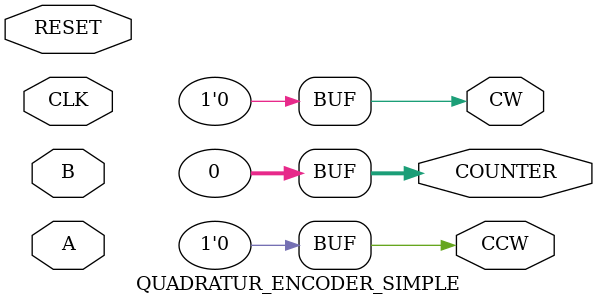
<source format=v>
module QUADRATUR_ENCODER_SIMPLE(
	input CLK,
	input A,
	input B,
	input RESET,
	output reg signed [31:0] COUNTER,
	output reg CW,
	output reg CCW
	);
	//
	initial
	begin	
		CW <= 0;
		CCW <= 0;
		COUNTER <= 0;
		//
	end
	//
	always @(posedge CLK)
	begin
	
	end
endmodule
</source>
